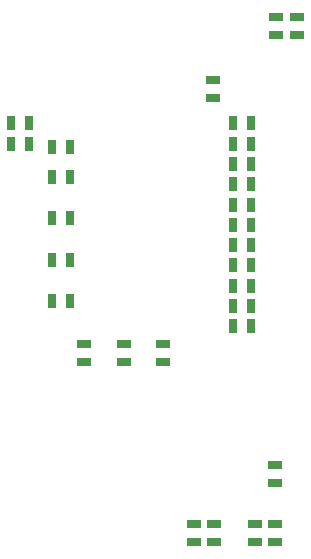
<source format=gbr>
G04 #@! TF.FileFunction,Paste,Bot*
%FSLAX46Y46*%
G04 Gerber Fmt 4.6, Leading zero omitted, Abs format (unit mm)*
G04 Created by KiCad (PCBNEW 4.0.6+dfsg1-1) date Fri Sep 29 01:28:00 2017*
%MOMM*%
%LPD*%
G01*
G04 APERTURE LIST*
%ADD10C,0.100000*%
%ADD11R,0.635000X1.143000*%
%ADD12R,1.143000X0.635000*%
G04 APERTURE END LIST*
D10*
D11*
X60242000Y-52890000D03*
X58718000Y-52890000D03*
X60242000Y-64900000D03*
X58718000Y-64900000D03*
X60242000Y-61470000D03*
X58718000Y-61470000D03*
X60242000Y-56320000D03*
X58718000Y-56320000D03*
X60242000Y-51170000D03*
X58718000Y-51170000D03*
X60232000Y-47720000D03*
X58708000Y-47720000D03*
X60242000Y-63180000D03*
X58718000Y-63180000D03*
X60242000Y-59750000D03*
X58718000Y-59750000D03*
X60242000Y-58030000D03*
X58718000Y-58030000D03*
X60242000Y-54600000D03*
X58718000Y-54600000D03*
X60242000Y-49450000D03*
X58718000Y-49450000D03*
D12*
X64120000Y-40242000D03*
X64120000Y-38718000D03*
X62340000Y-40242000D03*
X62340000Y-38718000D03*
X57040000Y-44078000D03*
X57040000Y-45602000D03*
X52760000Y-66368000D03*
X52760000Y-67892000D03*
X49520000Y-67892000D03*
X49520000Y-66368000D03*
X46080000Y-67902000D03*
X46080000Y-66378000D03*
D11*
X43418000Y-52240000D03*
X44942000Y-52240000D03*
X43408000Y-49740000D03*
X44932000Y-49740000D03*
X43418000Y-62750000D03*
X44942000Y-62750000D03*
X43418000Y-59250000D03*
X44942000Y-59250000D03*
X43418000Y-55750000D03*
X44942000Y-55750000D03*
D12*
X62300000Y-78132000D03*
X62300000Y-76608000D03*
X62280000Y-81638000D03*
X62280000Y-83162000D03*
X55370000Y-81618000D03*
X55370000Y-83142000D03*
X60560000Y-81638000D03*
X60560000Y-83162000D03*
X57090000Y-81618000D03*
X57090000Y-83142000D03*
D11*
X39928000Y-47720000D03*
X41452000Y-47720000D03*
X39928000Y-49480000D03*
X41452000Y-49480000D03*
M02*

</source>
